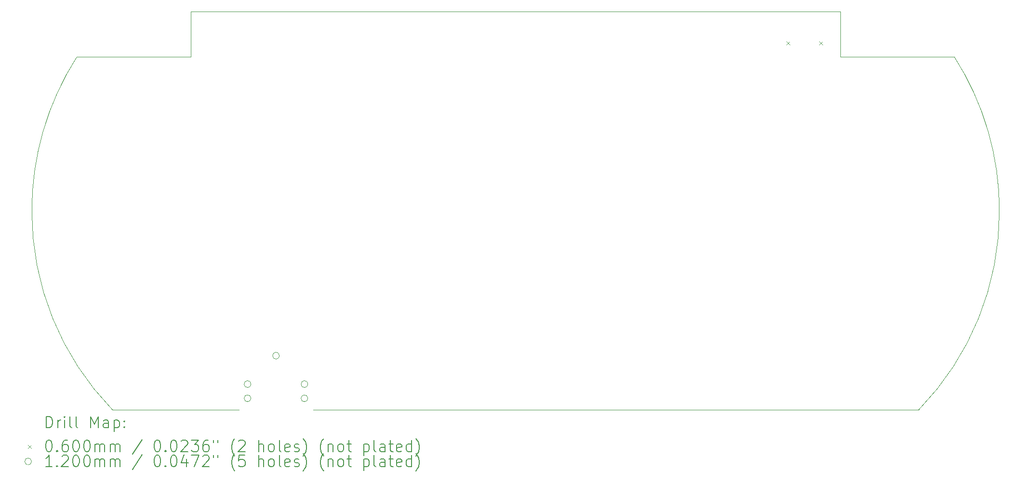
<source format=gbr>
%TF.GenerationSoftware,KiCad,Pcbnew,(6.0.7)*%
%TF.CreationDate,2023-03-31T21:07:47+02:00*%
%TF.ProjectId,airboy,61697262-6f79-42e6-9b69-6361645f7063,rev?*%
%TF.SameCoordinates,Original*%
%TF.FileFunction,Drillmap*%
%TF.FilePolarity,Positive*%
%FSLAX45Y45*%
G04 Gerber Fmt 4.5, Leading zero omitted, Abs format (unit mm)*
G04 Created by KiCad (PCBNEW (6.0.7)) date 2023-03-31 21:07:47*
%MOMM*%
%LPD*%
G01*
G04 APERTURE LIST*
%ADD10C,0.100000*%
%ADD11C,0.200000*%
%ADD12C,0.060000*%
%ADD13C,0.120000*%
G04 APERTURE END LIST*
D10*
X20825000Y-5850000D02*
X17955000Y-5850000D01*
X11555000Y-12850000D02*
X22200000Y-12850000D01*
X23614999Y-9350000D02*
G75*
G03*
X22825000Y-6650000I-4996729J3570D01*
G01*
X20825000Y-6650000D02*
X20825000Y-5850000D01*
X6615000Y-9350000D02*
G75*
G03*
X8030000Y-12850000I4995745J-16324D01*
G01*
X9405000Y-6650000D02*
X7405000Y-6650000D01*
X10255000Y-12850000D02*
X8030000Y-12850000D01*
X7405000Y-6650000D02*
G75*
G03*
X6615000Y-9350000I4206729J-2696432D01*
G01*
X22200000Y-12850000D02*
G75*
G03*
X23615000Y-9350000I-3580743J3483676D01*
G01*
X17955000Y-5850000D02*
X9405000Y-5850000D01*
X22825000Y-6650000D02*
X20825000Y-6650000D01*
X9405000Y-6650000D02*
X9405000Y-5850000D01*
D11*
D12*
X19871000Y-6372500D02*
X19931000Y-6432500D01*
X19931000Y-6372500D02*
X19871000Y-6432500D01*
X20449000Y-6372500D02*
X20509000Y-6432500D01*
X20509000Y-6372500D02*
X20449000Y-6432500D01*
D13*
X10465000Y-12400000D02*
G75*
G03*
X10465000Y-12400000I-60000J0D01*
G01*
X10465000Y-12650000D02*
G75*
G03*
X10465000Y-12650000I-60000J0D01*
G01*
X10965000Y-11900000D02*
G75*
G03*
X10965000Y-11900000I-60000J0D01*
G01*
X11465000Y-12400000D02*
G75*
G03*
X11465000Y-12400000I-60000J0D01*
G01*
X11465000Y-12650000D02*
G75*
G03*
X11465000Y-12650000I-60000J0D01*
G01*
D11*
X6867618Y-13166476D02*
X6867618Y-12966476D01*
X6915237Y-12966476D01*
X6943808Y-12976000D01*
X6962856Y-12995048D01*
X6972380Y-13014095D01*
X6981903Y-13052190D01*
X6981903Y-13080762D01*
X6972380Y-13118857D01*
X6962856Y-13137905D01*
X6943808Y-13156952D01*
X6915237Y-13166476D01*
X6867618Y-13166476D01*
X7067618Y-13166476D02*
X7067618Y-13033143D01*
X7067618Y-13071238D02*
X7077141Y-13052190D01*
X7086665Y-13042667D01*
X7105713Y-13033143D01*
X7124761Y-13033143D01*
X7191427Y-13166476D02*
X7191427Y-13033143D01*
X7191427Y-12966476D02*
X7181903Y-12976000D01*
X7191427Y-12985524D01*
X7200951Y-12976000D01*
X7191427Y-12966476D01*
X7191427Y-12985524D01*
X7315237Y-13166476D02*
X7296189Y-13156952D01*
X7286665Y-13137905D01*
X7286665Y-12966476D01*
X7419999Y-13166476D02*
X7400951Y-13156952D01*
X7391427Y-13137905D01*
X7391427Y-12966476D01*
X7648570Y-13166476D02*
X7648570Y-12966476D01*
X7715237Y-13109333D01*
X7781903Y-12966476D01*
X7781903Y-13166476D01*
X7962856Y-13166476D02*
X7962856Y-13061714D01*
X7953332Y-13042667D01*
X7934284Y-13033143D01*
X7896189Y-13033143D01*
X7877141Y-13042667D01*
X7962856Y-13156952D02*
X7943808Y-13166476D01*
X7896189Y-13166476D01*
X7877141Y-13156952D01*
X7867618Y-13137905D01*
X7867618Y-13118857D01*
X7877141Y-13099809D01*
X7896189Y-13090286D01*
X7943808Y-13090286D01*
X7962856Y-13080762D01*
X8058094Y-13033143D02*
X8058094Y-13233143D01*
X8058094Y-13042667D02*
X8077141Y-13033143D01*
X8115237Y-13033143D01*
X8134284Y-13042667D01*
X8143808Y-13052190D01*
X8153332Y-13071238D01*
X8153332Y-13128381D01*
X8143808Y-13147428D01*
X8134284Y-13156952D01*
X8115237Y-13166476D01*
X8077141Y-13166476D01*
X8058094Y-13156952D01*
X8239046Y-13147428D02*
X8248570Y-13156952D01*
X8239046Y-13166476D01*
X8229522Y-13156952D01*
X8239046Y-13147428D01*
X8239046Y-13166476D01*
X8239046Y-13042667D02*
X8248570Y-13052190D01*
X8239046Y-13061714D01*
X8229522Y-13052190D01*
X8239046Y-13042667D01*
X8239046Y-13061714D01*
D12*
X6549999Y-13466000D02*
X6609999Y-13526000D01*
X6609999Y-13466000D02*
X6549999Y-13526000D01*
D11*
X6905713Y-13386476D02*
X6924761Y-13386476D01*
X6943808Y-13396000D01*
X6953332Y-13405524D01*
X6962856Y-13424571D01*
X6972380Y-13462667D01*
X6972380Y-13510286D01*
X6962856Y-13548381D01*
X6953332Y-13567428D01*
X6943808Y-13576952D01*
X6924761Y-13586476D01*
X6905713Y-13586476D01*
X6886665Y-13576952D01*
X6877141Y-13567428D01*
X6867618Y-13548381D01*
X6858094Y-13510286D01*
X6858094Y-13462667D01*
X6867618Y-13424571D01*
X6877141Y-13405524D01*
X6886665Y-13396000D01*
X6905713Y-13386476D01*
X7058094Y-13567428D02*
X7067618Y-13576952D01*
X7058094Y-13586476D01*
X7048570Y-13576952D01*
X7058094Y-13567428D01*
X7058094Y-13586476D01*
X7239046Y-13386476D02*
X7200951Y-13386476D01*
X7181903Y-13396000D01*
X7172380Y-13405524D01*
X7153332Y-13434095D01*
X7143808Y-13472190D01*
X7143808Y-13548381D01*
X7153332Y-13567428D01*
X7162856Y-13576952D01*
X7181903Y-13586476D01*
X7219999Y-13586476D01*
X7239046Y-13576952D01*
X7248570Y-13567428D01*
X7258094Y-13548381D01*
X7258094Y-13500762D01*
X7248570Y-13481714D01*
X7239046Y-13472190D01*
X7219999Y-13462667D01*
X7181903Y-13462667D01*
X7162856Y-13472190D01*
X7153332Y-13481714D01*
X7143808Y-13500762D01*
X7381903Y-13386476D02*
X7400951Y-13386476D01*
X7419999Y-13396000D01*
X7429522Y-13405524D01*
X7439046Y-13424571D01*
X7448570Y-13462667D01*
X7448570Y-13510286D01*
X7439046Y-13548381D01*
X7429522Y-13567428D01*
X7419999Y-13576952D01*
X7400951Y-13586476D01*
X7381903Y-13586476D01*
X7362856Y-13576952D01*
X7353332Y-13567428D01*
X7343808Y-13548381D01*
X7334284Y-13510286D01*
X7334284Y-13462667D01*
X7343808Y-13424571D01*
X7353332Y-13405524D01*
X7362856Y-13396000D01*
X7381903Y-13386476D01*
X7572380Y-13386476D02*
X7591427Y-13386476D01*
X7610475Y-13396000D01*
X7619999Y-13405524D01*
X7629522Y-13424571D01*
X7639046Y-13462667D01*
X7639046Y-13510286D01*
X7629522Y-13548381D01*
X7619999Y-13567428D01*
X7610475Y-13576952D01*
X7591427Y-13586476D01*
X7572380Y-13586476D01*
X7553332Y-13576952D01*
X7543808Y-13567428D01*
X7534284Y-13548381D01*
X7524761Y-13510286D01*
X7524761Y-13462667D01*
X7534284Y-13424571D01*
X7543808Y-13405524D01*
X7553332Y-13396000D01*
X7572380Y-13386476D01*
X7724761Y-13586476D02*
X7724761Y-13453143D01*
X7724761Y-13472190D02*
X7734284Y-13462667D01*
X7753332Y-13453143D01*
X7781903Y-13453143D01*
X7800951Y-13462667D01*
X7810475Y-13481714D01*
X7810475Y-13586476D01*
X7810475Y-13481714D02*
X7819999Y-13462667D01*
X7839046Y-13453143D01*
X7867618Y-13453143D01*
X7886665Y-13462667D01*
X7896189Y-13481714D01*
X7896189Y-13586476D01*
X7991427Y-13586476D02*
X7991427Y-13453143D01*
X7991427Y-13472190D02*
X8000951Y-13462667D01*
X8019999Y-13453143D01*
X8048570Y-13453143D01*
X8067618Y-13462667D01*
X8077141Y-13481714D01*
X8077141Y-13586476D01*
X8077141Y-13481714D02*
X8086665Y-13462667D01*
X8105713Y-13453143D01*
X8134284Y-13453143D01*
X8153332Y-13462667D01*
X8162856Y-13481714D01*
X8162856Y-13586476D01*
X8553332Y-13376952D02*
X8381903Y-13634095D01*
X8810475Y-13386476D02*
X8829523Y-13386476D01*
X8848570Y-13396000D01*
X8858094Y-13405524D01*
X8867618Y-13424571D01*
X8877142Y-13462667D01*
X8877142Y-13510286D01*
X8867618Y-13548381D01*
X8858094Y-13567428D01*
X8848570Y-13576952D01*
X8829523Y-13586476D01*
X8810475Y-13586476D01*
X8791427Y-13576952D01*
X8781903Y-13567428D01*
X8772380Y-13548381D01*
X8762856Y-13510286D01*
X8762856Y-13462667D01*
X8772380Y-13424571D01*
X8781903Y-13405524D01*
X8791427Y-13396000D01*
X8810475Y-13386476D01*
X8962856Y-13567428D02*
X8972380Y-13576952D01*
X8962856Y-13586476D01*
X8953332Y-13576952D01*
X8962856Y-13567428D01*
X8962856Y-13586476D01*
X9096189Y-13386476D02*
X9115237Y-13386476D01*
X9134284Y-13396000D01*
X9143808Y-13405524D01*
X9153332Y-13424571D01*
X9162856Y-13462667D01*
X9162856Y-13510286D01*
X9153332Y-13548381D01*
X9143808Y-13567428D01*
X9134284Y-13576952D01*
X9115237Y-13586476D01*
X9096189Y-13586476D01*
X9077142Y-13576952D01*
X9067618Y-13567428D01*
X9058094Y-13548381D01*
X9048570Y-13510286D01*
X9048570Y-13462667D01*
X9058094Y-13424571D01*
X9067618Y-13405524D01*
X9077142Y-13396000D01*
X9096189Y-13386476D01*
X9239046Y-13405524D02*
X9248570Y-13396000D01*
X9267618Y-13386476D01*
X9315237Y-13386476D01*
X9334284Y-13396000D01*
X9343808Y-13405524D01*
X9353332Y-13424571D01*
X9353332Y-13443619D01*
X9343808Y-13472190D01*
X9229523Y-13586476D01*
X9353332Y-13586476D01*
X9419999Y-13386476D02*
X9543808Y-13386476D01*
X9477142Y-13462667D01*
X9505713Y-13462667D01*
X9524761Y-13472190D01*
X9534284Y-13481714D01*
X9543808Y-13500762D01*
X9543808Y-13548381D01*
X9534284Y-13567428D01*
X9524761Y-13576952D01*
X9505713Y-13586476D01*
X9448570Y-13586476D01*
X9429523Y-13576952D01*
X9419999Y-13567428D01*
X9715237Y-13386476D02*
X9677142Y-13386476D01*
X9658094Y-13396000D01*
X9648570Y-13405524D01*
X9629523Y-13434095D01*
X9619999Y-13472190D01*
X9619999Y-13548381D01*
X9629523Y-13567428D01*
X9639046Y-13576952D01*
X9658094Y-13586476D01*
X9696189Y-13586476D01*
X9715237Y-13576952D01*
X9724761Y-13567428D01*
X9734284Y-13548381D01*
X9734284Y-13500762D01*
X9724761Y-13481714D01*
X9715237Y-13472190D01*
X9696189Y-13462667D01*
X9658094Y-13462667D01*
X9639046Y-13472190D01*
X9629523Y-13481714D01*
X9619999Y-13500762D01*
X9810475Y-13386476D02*
X9810475Y-13424571D01*
X9886665Y-13386476D02*
X9886665Y-13424571D01*
X10181903Y-13662667D02*
X10172380Y-13653143D01*
X10153332Y-13624571D01*
X10143808Y-13605524D01*
X10134284Y-13576952D01*
X10124761Y-13529333D01*
X10124761Y-13491238D01*
X10134284Y-13443619D01*
X10143808Y-13415048D01*
X10153332Y-13396000D01*
X10172380Y-13367428D01*
X10181903Y-13357905D01*
X10248570Y-13405524D02*
X10258094Y-13396000D01*
X10277142Y-13386476D01*
X10324761Y-13386476D01*
X10343808Y-13396000D01*
X10353332Y-13405524D01*
X10362856Y-13424571D01*
X10362856Y-13443619D01*
X10353332Y-13472190D01*
X10239046Y-13586476D01*
X10362856Y-13586476D01*
X10600951Y-13586476D02*
X10600951Y-13386476D01*
X10686665Y-13586476D02*
X10686665Y-13481714D01*
X10677142Y-13462667D01*
X10658094Y-13453143D01*
X10629523Y-13453143D01*
X10610475Y-13462667D01*
X10600951Y-13472190D01*
X10810475Y-13586476D02*
X10791427Y-13576952D01*
X10781903Y-13567428D01*
X10772380Y-13548381D01*
X10772380Y-13491238D01*
X10781903Y-13472190D01*
X10791427Y-13462667D01*
X10810475Y-13453143D01*
X10839046Y-13453143D01*
X10858094Y-13462667D01*
X10867618Y-13472190D01*
X10877142Y-13491238D01*
X10877142Y-13548381D01*
X10867618Y-13567428D01*
X10858094Y-13576952D01*
X10839046Y-13586476D01*
X10810475Y-13586476D01*
X10991427Y-13586476D02*
X10972380Y-13576952D01*
X10962856Y-13557905D01*
X10962856Y-13386476D01*
X11143808Y-13576952D02*
X11124761Y-13586476D01*
X11086665Y-13586476D01*
X11067618Y-13576952D01*
X11058094Y-13557905D01*
X11058094Y-13481714D01*
X11067618Y-13462667D01*
X11086665Y-13453143D01*
X11124761Y-13453143D01*
X11143808Y-13462667D01*
X11153332Y-13481714D01*
X11153332Y-13500762D01*
X11058094Y-13519809D01*
X11229522Y-13576952D02*
X11248570Y-13586476D01*
X11286665Y-13586476D01*
X11305713Y-13576952D01*
X11315237Y-13557905D01*
X11315237Y-13548381D01*
X11305713Y-13529333D01*
X11286665Y-13519809D01*
X11258094Y-13519809D01*
X11239046Y-13510286D01*
X11229522Y-13491238D01*
X11229522Y-13481714D01*
X11239046Y-13462667D01*
X11258094Y-13453143D01*
X11286665Y-13453143D01*
X11305713Y-13462667D01*
X11381903Y-13662667D02*
X11391427Y-13653143D01*
X11410475Y-13624571D01*
X11419999Y-13605524D01*
X11429522Y-13576952D01*
X11439046Y-13529333D01*
X11439046Y-13491238D01*
X11429522Y-13443619D01*
X11419999Y-13415048D01*
X11410475Y-13396000D01*
X11391427Y-13367428D01*
X11381903Y-13357905D01*
X11743808Y-13662667D02*
X11734284Y-13653143D01*
X11715237Y-13624571D01*
X11705713Y-13605524D01*
X11696189Y-13576952D01*
X11686665Y-13529333D01*
X11686665Y-13491238D01*
X11696189Y-13443619D01*
X11705713Y-13415048D01*
X11715237Y-13396000D01*
X11734284Y-13367428D01*
X11743808Y-13357905D01*
X11819999Y-13453143D02*
X11819999Y-13586476D01*
X11819999Y-13472190D02*
X11829522Y-13462667D01*
X11848570Y-13453143D01*
X11877141Y-13453143D01*
X11896189Y-13462667D01*
X11905713Y-13481714D01*
X11905713Y-13586476D01*
X12029522Y-13586476D02*
X12010475Y-13576952D01*
X12000951Y-13567428D01*
X11991427Y-13548381D01*
X11991427Y-13491238D01*
X12000951Y-13472190D01*
X12010475Y-13462667D01*
X12029522Y-13453143D01*
X12058094Y-13453143D01*
X12077141Y-13462667D01*
X12086665Y-13472190D01*
X12096189Y-13491238D01*
X12096189Y-13548381D01*
X12086665Y-13567428D01*
X12077141Y-13576952D01*
X12058094Y-13586476D01*
X12029522Y-13586476D01*
X12153332Y-13453143D02*
X12229522Y-13453143D01*
X12181903Y-13386476D02*
X12181903Y-13557905D01*
X12191427Y-13576952D01*
X12210475Y-13586476D01*
X12229522Y-13586476D01*
X12448570Y-13453143D02*
X12448570Y-13653143D01*
X12448570Y-13462667D02*
X12467618Y-13453143D01*
X12505713Y-13453143D01*
X12524761Y-13462667D01*
X12534284Y-13472190D01*
X12543808Y-13491238D01*
X12543808Y-13548381D01*
X12534284Y-13567428D01*
X12524761Y-13576952D01*
X12505713Y-13586476D01*
X12467618Y-13586476D01*
X12448570Y-13576952D01*
X12658094Y-13586476D02*
X12639046Y-13576952D01*
X12629522Y-13557905D01*
X12629522Y-13386476D01*
X12819999Y-13586476D02*
X12819999Y-13481714D01*
X12810475Y-13462667D01*
X12791427Y-13453143D01*
X12753332Y-13453143D01*
X12734284Y-13462667D01*
X12819999Y-13576952D02*
X12800951Y-13586476D01*
X12753332Y-13586476D01*
X12734284Y-13576952D01*
X12724761Y-13557905D01*
X12724761Y-13538857D01*
X12734284Y-13519809D01*
X12753332Y-13510286D01*
X12800951Y-13510286D01*
X12819999Y-13500762D01*
X12886665Y-13453143D02*
X12962856Y-13453143D01*
X12915237Y-13386476D02*
X12915237Y-13557905D01*
X12924761Y-13576952D01*
X12943808Y-13586476D01*
X12962856Y-13586476D01*
X13105713Y-13576952D02*
X13086665Y-13586476D01*
X13048570Y-13586476D01*
X13029522Y-13576952D01*
X13019999Y-13557905D01*
X13019999Y-13481714D01*
X13029522Y-13462667D01*
X13048570Y-13453143D01*
X13086665Y-13453143D01*
X13105713Y-13462667D01*
X13115237Y-13481714D01*
X13115237Y-13500762D01*
X13019999Y-13519809D01*
X13286665Y-13586476D02*
X13286665Y-13386476D01*
X13286665Y-13576952D02*
X13267618Y-13586476D01*
X13229522Y-13586476D01*
X13210475Y-13576952D01*
X13200951Y-13567428D01*
X13191427Y-13548381D01*
X13191427Y-13491238D01*
X13200951Y-13472190D01*
X13210475Y-13462667D01*
X13229522Y-13453143D01*
X13267618Y-13453143D01*
X13286665Y-13462667D01*
X13362856Y-13662667D02*
X13372380Y-13653143D01*
X13391427Y-13624571D01*
X13400951Y-13605524D01*
X13410475Y-13576952D01*
X13419999Y-13529333D01*
X13419999Y-13491238D01*
X13410475Y-13443619D01*
X13400951Y-13415048D01*
X13391427Y-13396000D01*
X13372380Y-13367428D01*
X13362856Y-13357905D01*
D13*
X6609999Y-13760000D02*
G75*
G03*
X6609999Y-13760000I-60000J0D01*
G01*
D11*
X6972380Y-13850476D02*
X6858094Y-13850476D01*
X6915237Y-13850476D02*
X6915237Y-13650476D01*
X6896189Y-13679048D01*
X6877141Y-13698095D01*
X6858094Y-13707619D01*
X7058094Y-13831428D02*
X7067618Y-13840952D01*
X7058094Y-13850476D01*
X7048570Y-13840952D01*
X7058094Y-13831428D01*
X7058094Y-13850476D01*
X7143808Y-13669524D02*
X7153332Y-13660000D01*
X7172380Y-13650476D01*
X7219999Y-13650476D01*
X7239046Y-13660000D01*
X7248570Y-13669524D01*
X7258094Y-13688571D01*
X7258094Y-13707619D01*
X7248570Y-13736190D01*
X7134284Y-13850476D01*
X7258094Y-13850476D01*
X7381903Y-13650476D02*
X7400951Y-13650476D01*
X7419999Y-13660000D01*
X7429522Y-13669524D01*
X7439046Y-13688571D01*
X7448570Y-13726667D01*
X7448570Y-13774286D01*
X7439046Y-13812381D01*
X7429522Y-13831428D01*
X7419999Y-13840952D01*
X7400951Y-13850476D01*
X7381903Y-13850476D01*
X7362856Y-13840952D01*
X7353332Y-13831428D01*
X7343808Y-13812381D01*
X7334284Y-13774286D01*
X7334284Y-13726667D01*
X7343808Y-13688571D01*
X7353332Y-13669524D01*
X7362856Y-13660000D01*
X7381903Y-13650476D01*
X7572380Y-13650476D02*
X7591427Y-13650476D01*
X7610475Y-13660000D01*
X7619999Y-13669524D01*
X7629522Y-13688571D01*
X7639046Y-13726667D01*
X7639046Y-13774286D01*
X7629522Y-13812381D01*
X7619999Y-13831428D01*
X7610475Y-13840952D01*
X7591427Y-13850476D01*
X7572380Y-13850476D01*
X7553332Y-13840952D01*
X7543808Y-13831428D01*
X7534284Y-13812381D01*
X7524761Y-13774286D01*
X7524761Y-13726667D01*
X7534284Y-13688571D01*
X7543808Y-13669524D01*
X7553332Y-13660000D01*
X7572380Y-13650476D01*
X7724761Y-13850476D02*
X7724761Y-13717143D01*
X7724761Y-13736190D02*
X7734284Y-13726667D01*
X7753332Y-13717143D01*
X7781903Y-13717143D01*
X7800951Y-13726667D01*
X7810475Y-13745714D01*
X7810475Y-13850476D01*
X7810475Y-13745714D02*
X7819999Y-13726667D01*
X7839046Y-13717143D01*
X7867618Y-13717143D01*
X7886665Y-13726667D01*
X7896189Y-13745714D01*
X7896189Y-13850476D01*
X7991427Y-13850476D02*
X7991427Y-13717143D01*
X7991427Y-13736190D02*
X8000951Y-13726667D01*
X8019999Y-13717143D01*
X8048570Y-13717143D01*
X8067618Y-13726667D01*
X8077141Y-13745714D01*
X8077141Y-13850476D01*
X8077141Y-13745714D02*
X8086665Y-13726667D01*
X8105713Y-13717143D01*
X8134284Y-13717143D01*
X8153332Y-13726667D01*
X8162856Y-13745714D01*
X8162856Y-13850476D01*
X8553332Y-13640952D02*
X8381903Y-13898095D01*
X8810475Y-13650476D02*
X8829523Y-13650476D01*
X8848570Y-13660000D01*
X8858094Y-13669524D01*
X8867618Y-13688571D01*
X8877142Y-13726667D01*
X8877142Y-13774286D01*
X8867618Y-13812381D01*
X8858094Y-13831428D01*
X8848570Y-13840952D01*
X8829523Y-13850476D01*
X8810475Y-13850476D01*
X8791427Y-13840952D01*
X8781903Y-13831428D01*
X8772380Y-13812381D01*
X8762856Y-13774286D01*
X8762856Y-13726667D01*
X8772380Y-13688571D01*
X8781903Y-13669524D01*
X8791427Y-13660000D01*
X8810475Y-13650476D01*
X8962856Y-13831428D02*
X8972380Y-13840952D01*
X8962856Y-13850476D01*
X8953332Y-13840952D01*
X8962856Y-13831428D01*
X8962856Y-13850476D01*
X9096189Y-13650476D02*
X9115237Y-13650476D01*
X9134284Y-13660000D01*
X9143808Y-13669524D01*
X9153332Y-13688571D01*
X9162856Y-13726667D01*
X9162856Y-13774286D01*
X9153332Y-13812381D01*
X9143808Y-13831428D01*
X9134284Y-13840952D01*
X9115237Y-13850476D01*
X9096189Y-13850476D01*
X9077142Y-13840952D01*
X9067618Y-13831428D01*
X9058094Y-13812381D01*
X9048570Y-13774286D01*
X9048570Y-13726667D01*
X9058094Y-13688571D01*
X9067618Y-13669524D01*
X9077142Y-13660000D01*
X9096189Y-13650476D01*
X9334284Y-13717143D02*
X9334284Y-13850476D01*
X9286665Y-13640952D02*
X9239046Y-13783809D01*
X9362856Y-13783809D01*
X9419999Y-13650476D02*
X9553332Y-13650476D01*
X9467618Y-13850476D01*
X9619999Y-13669524D02*
X9629523Y-13660000D01*
X9648570Y-13650476D01*
X9696189Y-13650476D01*
X9715237Y-13660000D01*
X9724761Y-13669524D01*
X9734284Y-13688571D01*
X9734284Y-13707619D01*
X9724761Y-13736190D01*
X9610475Y-13850476D01*
X9734284Y-13850476D01*
X9810475Y-13650476D02*
X9810475Y-13688571D01*
X9886665Y-13650476D02*
X9886665Y-13688571D01*
X10181903Y-13926667D02*
X10172380Y-13917143D01*
X10153332Y-13888571D01*
X10143808Y-13869524D01*
X10134284Y-13840952D01*
X10124761Y-13793333D01*
X10124761Y-13755238D01*
X10134284Y-13707619D01*
X10143808Y-13679048D01*
X10153332Y-13660000D01*
X10172380Y-13631428D01*
X10181903Y-13621905D01*
X10353332Y-13650476D02*
X10258094Y-13650476D01*
X10248570Y-13745714D01*
X10258094Y-13736190D01*
X10277142Y-13726667D01*
X10324761Y-13726667D01*
X10343808Y-13736190D01*
X10353332Y-13745714D01*
X10362856Y-13764762D01*
X10362856Y-13812381D01*
X10353332Y-13831428D01*
X10343808Y-13840952D01*
X10324761Y-13850476D01*
X10277142Y-13850476D01*
X10258094Y-13840952D01*
X10248570Y-13831428D01*
X10600951Y-13850476D02*
X10600951Y-13650476D01*
X10686665Y-13850476D02*
X10686665Y-13745714D01*
X10677142Y-13726667D01*
X10658094Y-13717143D01*
X10629523Y-13717143D01*
X10610475Y-13726667D01*
X10600951Y-13736190D01*
X10810475Y-13850476D02*
X10791427Y-13840952D01*
X10781903Y-13831428D01*
X10772380Y-13812381D01*
X10772380Y-13755238D01*
X10781903Y-13736190D01*
X10791427Y-13726667D01*
X10810475Y-13717143D01*
X10839046Y-13717143D01*
X10858094Y-13726667D01*
X10867618Y-13736190D01*
X10877142Y-13755238D01*
X10877142Y-13812381D01*
X10867618Y-13831428D01*
X10858094Y-13840952D01*
X10839046Y-13850476D01*
X10810475Y-13850476D01*
X10991427Y-13850476D02*
X10972380Y-13840952D01*
X10962856Y-13821905D01*
X10962856Y-13650476D01*
X11143808Y-13840952D02*
X11124761Y-13850476D01*
X11086665Y-13850476D01*
X11067618Y-13840952D01*
X11058094Y-13821905D01*
X11058094Y-13745714D01*
X11067618Y-13726667D01*
X11086665Y-13717143D01*
X11124761Y-13717143D01*
X11143808Y-13726667D01*
X11153332Y-13745714D01*
X11153332Y-13764762D01*
X11058094Y-13783809D01*
X11229522Y-13840952D02*
X11248570Y-13850476D01*
X11286665Y-13850476D01*
X11305713Y-13840952D01*
X11315237Y-13821905D01*
X11315237Y-13812381D01*
X11305713Y-13793333D01*
X11286665Y-13783809D01*
X11258094Y-13783809D01*
X11239046Y-13774286D01*
X11229522Y-13755238D01*
X11229522Y-13745714D01*
X11239046Y-13726667D01*
X11258094Y-13717143D01*
X11286665Y-13717143D01*
X11305713Y-13726667D01*
X11381903Y-13926667D02*
X11391427Y-13917143D01*
X11410475Y-13888571D01*
X11419999Y-13869524D01*
X11429522Y-13840952D01*
X11439046Y-13793333D01*
X11439046Y-13755238D01*
X11429522Y-13707619D01*
X11419999Y-13679048D01*
X11410475Y-13660000D01*
X11391427Y-13631428D01*
X11381903Y-13621905D01*
X11743808Y-13926667D02*
X11734284Y-13917143D01*
X11715237Y-13888571D01*
X11705713Y-13869524D01*
X11696189Y-13840952D01*
X11686665Y-13793333D01*
X11686665Y-13755238D01*
X11696189Y-13707619D01*
X11705713Y-13679048D01*
X11715237Y-13660000D01*
X11734284Y-13631428D01*
X11743808Y-13621905D01*
X11819999Y-13717143D02*
X11819999Y-13850476D01*
X11819999Y-13736190D02*
X11829522Y-13726667D01*
X11848570Y-13717143D01*
X11877141Y-13717143D01*
X11896189Y-13726667D01*
X11905713Y-13745714D01*
X11905713Y-13850476D01*
X12029522Y-13850476D02*
X12010475Y-13840952D01*
X12000951Y-13831428D01*
X11991427Y-13812381D01*
X11991427Y-13755238D01*
X12000951Y-13736190D01*
X12010475Y-13726667D01*
X12029522Y-13717143D01*
X12058094Y-13717143D01*
X12077141Y-13726667D01*
X12086665Y-13736190D01*
X12096189Y-13755238D01*
X12096189Y-13812381D01*
X12086665Y-13831428D01*
X12077141Y-13840952D01*
X12058094Y-13850476D01*
X12029522Y-13850476D01*
X12153332Y-13717143D02*
X12229522Y-13717143D01*
X12181903Y-13650476D02*
X12181903Y-13821905D01*
X12191427Y-13840952D01*
X12210475Y-13850476D01*
X12229522Y-13850476D01*
X12448570Y-13717143D02*
X12448570Y-13917143D01*
X12448570Y-13726667D02*
X12467618Y-13717143D01*
X12505713Y-13717143D01*
X12524761Y-13726667D01*
X12534284Y-13736190D01*
X12543808Y-13755238D01*
X12543808Y-13812381D01*
X12534284Y-13831428D01*
X12524761Y-13840952D01*
X12505713Y-13850476D01*
X12467618Y-13850476D01*
X12448570Y-13840952D01*
X12658094Y-13850476D02*
X12639046Y-13840952D01*
X12629522Y-13821905D01*
X12629522Y-13650476D01*
X12819999Y-13850476D02*
X12819999Y-13745714D01*
X12810475Y-13726667D01*
X12791427Y-13717143D01*
X12753332Y-13717143D01*
X12734284Y-13726667D01*
X12819999Y-13840952D02*
X12800951Y-13850476D01*
X12753332Y-13850476D01*
X12734284Y-13840952D01*
X12724761Y-13821905D01*
X12724761Y-13802857D01*
X12734284Y-13783809D01*
X12753332Y-13774286D01*
X12800951Y-13774286D01*
X12819999Y-13764762D01*
X12886665Y-13717143D02*
X12962856Y-13717143D01*
X12915237Y-13650476D02*
X12915237Y-13821905D01*
X12924761Y-13840952D01*
X12943808Y-13850476D01*
X12962856Y-13850476D01*
X13105713Y-13840952D02*
X13086665Y-13850476D01*
X13048570Y-13850476D01*
X13029522Y-13840952D01*
X13019999Y-13821905D01*
X13019999Y-13745714D01*
X13029522Y-13726667D01*
X13048570Y-13717143D01*
X13086665Y-13717143D01*
X13105713Y-13726667D01*
X13115237Y-13745714D01*
X13115237Y-13764762D01*
X13019999Y-13783809D01*
X13286665Y-13850476D02*
X13286665Y-13650476D01*
X13286665Y-13840952D02*
X13267618Y-13850476D01*
X13229522Y-13850476D01*
X13210475Y-13840952D01*
X13200951Y-13831428D01*
X13191427Y-13812381D01*
X13191427Y-13755238D01*
X13200951Y-13736190D01*
X13210475Y-13726667D01*
X13229522Y-13717143D01*
X13267618Y-13717143D01*
X13286665Y-13726667D01*
X13362856Y-13926667D02*
X13372380Y-13917143D01*
X13391427Y-13888571D01*
X13400951Y-13869524D01*
X13410475Y-13840952D01*
X13419999Y-13793333D01*
X13419999Y-13755238D01*
X13410475Y-13707619D01*
X13400951Y-13679048D01*
X13391427Y-13660000D01*
X13372380Y-13631428D01*
X13362856Y-13621905D01*
M02*

</source>
